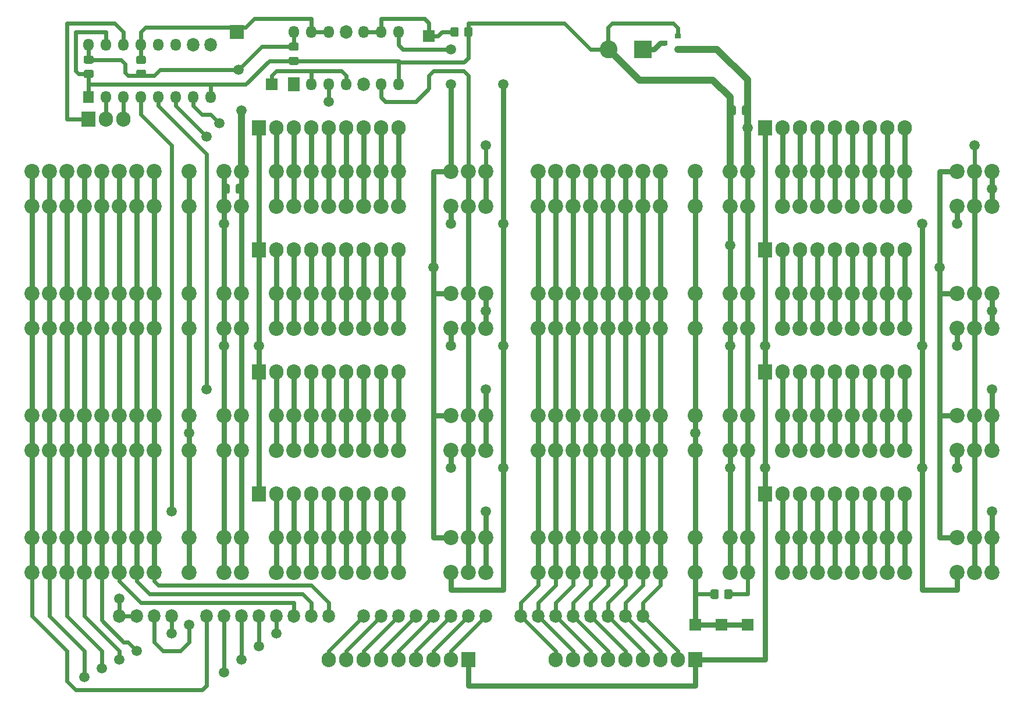
<source format=gbr>
%TF.GenerationSoftware,KiCad,Pcbnew,(5.1.8)-1*%
%TF.CreationDate,2024-06-20T23:03:59+03:00*%
%TF.ProjectId,Regs-v4,52656773-2d76-4342-9e6b-696361645f70,rev?*%
%TF.SameCoordinates,Original*%
%TF.FileFunction,Copper,L2,Bot*%
%TF.FilePolarity,Positive*%
%FSLAX46Y46*%
G04 Gerber Fmt 4.6, Leading zero omitted, Abs format (unit mm)*
G04 Created by KiCad (PCBNEW (5.1.8)-1) date 2024-06-20 23:03:59*
%MOMM*%
%LPD*%
G01*
G04 APERTURE LIST*
%TA.AperFunction,ComponentPad*%
%ADD10C,2.200000*%
%TD*%
%TA.AperFunction,ComponentPad*%
%ADD11R,1.700000X1.700000*%
%TD*%
%TA.AperFunction,SMDPad,CuDef*%
%ADD12R,0.900000X0.800000*%
%TD*%
%TA.AperFunction,ComponentPad*%
%ADD13O,2.100000X2.200000*%
%TD*%
%TA.AperFunction,ComponentPad*%
%ADD14R,2.100000X2.200000*%
%TD*%
%TA.AperFunction,ComponentPad*%
%ADD15O,1.800000X2.000000*%
%TD*%
%TA.AperFunction,ComponentPad*%
%ADD16C,2.600000*%
%TD*%
%TA.AperFunction,ComponentPad*%
%ADD17R,2.600000X2.600000*%
%TD*%
%TA.AperFunction,ComponentPad*%
%ADD18O,1.500000X1.800000*%
%TD*%
%TA.AperFunction,ComponentPad*%
%ADD19R,1.800000X2.000000*%
%TD*%
%TA.AperFunction,ComponentPad*%
%ADD20R,1.500000X1.800000*%
%TD*%
%TA.AperFunction,ComponentPad*%
%ADD21R,2.000000X2.000000*%
%TD*%
%TA.AperFunction,ViaPad*%
%ADD22C,1.500000*%
%TD*%
%TA.AperFunction,Conductor*%
%ADD23C,0.800000*%
%TD*%
%TA.AperFunction,Conductor*%
%ADD24C,0.600000*%
%TD*%
%TA.AperFunction,Conductor*%
%ADD25C,1.000000*%
%TD*%
G04 APERTURE END LIST*
D10*
%TO.P,U19,22*%
%TO.N,/~R3*%
X86360000Y-38100000D03*
%TO.P,U19,21*%
%TO.N,/~H*%
X83820000Y-38100000D03*
%TO.P,U19,20*%
%TO.N,/~Bank1*%
X81280000Y-38100000D03*
%TO.P,U19,19*%
%TO.N,/R7.7*%
X73660000Y-38100000D03*
%TO.P,U19,18*%
%TO.N,/R7.6*%
X71120000Y-38100000D03*
%TO.P,U19,17*%
%TO.N,/R7.5*%
X68580000Y-38100000D03*
%TO.P,U19,16*%
%TO.N,/R7.4*%
X66040000Y-38100000D03*
%TO.P,U19,15*%
%TO.N,/R7.3*%
X63500000Y-38100000D03*
%TO.P,U19,14*%
%TO.N,/R7.2*%
X60960000Y-38100000D03*
%TO.P,U19,13*%
%TO.N,/R7.1*%
X58420000Y-38100000D03*
%TO.P,U19,12*%
%TO.N,/R7.0*%
X55880000Y-38100000D03*
%TO.P,U19,11*%
%TO.N,VCC*%
X50800000Y-38100000D03*
%TO.P,U19,10*%
%TO.N,GND*%
X48260000Y-38100000D03*
%TO.P,U19,9*%
%TO.N,/~Res*%
X43180000Y-38100000D03*
%TO.P,U19,8*%
%TO.N,/H0*%
X38100000Y-38100000D03*
%TO.P,U19,7*%
%TO.N,/H1*%
X35560000Y-38100000D03*
%TO.P,U19,6*%
%TO.N,/H2*%
X33020000Y-38100000D03*
%TO.P,U19,5*%
%TO.N,/H3*%
X30480000Y-38100000D03*
%TO.P,U19,4*%
%TO.N,/H4*%
X27940000Y-38100000D03*
%TO.P,U19,3*%
%TO.N,/H5*%
X25400000Y-38100000D03*
%TO.P,U19,2*%
%TO.N,/H6*%
X22860000Y-38100000D03*
%TO.P,U19,1*%
%TO.N,/H7*%
X20320000Y-38100000D03*
%TD*%
%TO.P,U18,22*%
%TO.N,/~R3*%
X160020000Y-38100000D03*
%TO.P,U18,21*%
%TO.N,/~L*%
X157480000Y-38100000D03*
%TO.P,U18,20*%
%TO.N,/~Bank1*%
X154940000Y-38100000D03*
%TO.P,U18,19*%
%TO.N,/R6.7*%
X147320000Y-38100000D03*
%TO.P,U18,18*%
%TO.N,/R6.6*%
X144780000Y-38100000D03*
%TO.P,U18,17*%
%TO.N,/R6.5*%
X142240000Y-38100000D03*
%TO.P,U18,16*%
%TO.N,/R6.4*%
X139700000Y-38100000D03*
%TO.P,U18,15*%
%TO.N,/R6.3*%
X137160000Y-38100000D03*
%TO.P,U18,14*%
%TO.N,/R6.2*%
X134620000Y-38100000D03*
%TO.P,U18,13*%
%TO.N,/R6.1*%
X132080000Y-38100000D03*
%TO.P,U18,12*%
%TO.N,/R6.0*%
X129540000Y-38100000D03*
%TO.P,U18,11*%
%TO.N,VCC*%
X124460000Y-38100000D03*
%TO.P,U18,10*%
%TO.N,GND*%
X121920000Y-38100000D03*
%TO.P,U18,9*%
%TO.N,/~Res*%
X116840000Y-38100000D03*
%TO.P,U18,8*%
%TO.N,/L0*%
X111760000Y-38100000D03*
%TO.P,U18,7*%
%TO.N,/L1*%
X109220000Y-38100000D03*
%TO.P,U18,6*%
%TO.N,/L2*%
X106680000Y-38100000D03*
%TO.P,U18,5*%
%TO.N,/L3*%
X104140000Y-38100000D03*
%TO.P,U18,4*%
%TO.N,/L4*%
X101600000Y-38100000D03*
%TO.P,U18,3*%
%TO.N,/L5*%
X99060000Y-38100000D03*
%TO.P,U18,2*%
%TO.N,/L6*%
X96520000Y-38100000D03*
%TO.P,U18,1*%
%TO.N,/L7*%
X93980000Y-38100000D03*
%TD*%
%TO.P,U17,22*%
%TO.N,/~R2*%
X86360000Y-55880000D03*
%TO.P,U17,21*%
%TO.N,/~H*%
X83820000Y-55880000D03*
%TO.P,U17,20*%
%TO.N,/~Bank1*%
X81280000Y-55880000D03*
%TO.P,U17,19*%
%TO.N,/R5.7*%
X73660000Y-55880000D03*
%TO.P,U17,18*%
%TO.N,/R5.6*%
X71120000Y-55880000D03*
%TO.P,U17,17*%
%TO.N,/R5.5*%
X68580000Y-55880000D03*
%TO.P,U17,16*%
%TO.N,/R5.4*%
X66040000Y-55880000D03*
%TO.P,U17,15*%
%TO.N,/R5.3*%
X63500000Y-55880000D03*
%TO.P,U17,14*%
%TO.N,/R5.2*%
X60960000Y-55880000D03*
%TO.P,U17,13*%
%TO.N,/R5.1*%
X58420000Y-55880000D03*
%TO.P,U17,12*%
%TO.N,/R5.0*%
X55880000Y-55880000D03*
%TO.P,U17,11*%
%TO.N,VCC*%
X50800000Y-55880000D03*
%TO.P,U17,10*%
%TO.N,GND*%
X48260000Y-55880000D03*
%TO.P,U17,9*%
%TO.N,/~Res*%
X43180000Y-55880000D03*
%TO.P,U17,8*%
%TO.N,/H0*%
X38100000Y-55880000D03*
%TO.P,U17,7*%
%TO.N,/H1*%
X35560000Y-55880000D03*
%TO.P,U17,6*%
%TO.N,/H2*%
X33020000Y-55880000D03*
%TO.P,U17,5*%
%TO.N,/H3*%
X30480000Y-55880000D03*
%TO.P,U17,4*%
%TO.N,/H4*%
X27940000Y-55880000D03*
%TO.P,U17,3*%
%TO.N,/H5*%
X25400000Y-55880000D03*
%TO.P,U17,2*%
%TO.N,/H6*%
X22860000Y-55880000D03*
%TO.P,U17,1*%
%TO.N,/H7*%
X20320000Y-55880000D03*
%TD*%
%TO.P,U16,22*%
%TO.N,/~R2*%
X160020000Y-55880000D03*
%TO.P,U16,21*%
%TO.N,/~L*%
X157480000Y-55880000D03*
%TO.P,U16,20*%
%TO.N,/~Bank1*%
X154940000Y-55880000D03*
%TO.P,U16,19*%
%TO.N,/R4.7*%
X147320000Y-55880000D03*
%TO.P,U16,18*%
%TO.N,/R4.6*%
X144780000Y-55880000D03*
%TO.P,U16,17*%
%TO.N,/R4.5*%
X142240000Y-55880000D03*
%TO.P,U16,16*%
%TO.N,/R4.4*%
X139700000Y-55880000D03*
%TO.P,U16,15*%
%TO.N,/R4.3*%
X137160000Y-55880000D03*
%TO.P,U16,14*%
%TO.N,/R4.2*%
X134620000Y-55880000D03*
%TO.P,U16,13*%
%TO.N,/R4.1*%
X132080000Y-55880000D03*
%TO.P,U16,12*%
%TO.N,/R4.0*%
X129540000Y-55880000D03*
%TO.P,U16,11*%
%TO.N,VCC*%
X124460000Y-55880000D03*
%TO.P,U16,10*%
%TO.N,GND*%
X121920000Y-55880000D03*
%TO.P,U16,9*%
%TO.N,/~Res*%
X116840000Y-55880000D03*
%TO.P,U16,8*%
%TO.N,/L0*%
X111760000Y-55880000D03*
%TO.P,U16,7*%
%TO.N,/L1*%
X109220000Y-55880000D03*
%TO.P,U16,6*%
%TO.N,/L2*%
X106680000Y-55880000D03*
%TO.P,U16,5*%
%TO.N,/L3*%
X104140000Y-55880000D03*
%TO.P,U16,4*%
%TO.N,/L4*%
X101600000Y-55880000D03*
%TO.P,U16,3*%
%TO.N,/L5*%
X99060000Y-55880000D03*
%TO.P,U16,2*%
%TO.N,/L6*%
X96520000Y-55880000D03*
%TO.P,U16,1*%
%TO.N,/L7*%
X93980000Y-55880000D03*
%TD*%
%TO.P,U12,22*%
%TO.N,/~R1*%
X86360000Y-73660000D03*
%TO.P,U12,21*%
%TO.N,/~H*%
X83820000Y-73660000D03*
%TO.P,U12,20*%
%TO.N,/~Bank1*%
X81280000Y-73660000D03*
%TO.P,U12,19*%
%TO.N,/R3.7*%
X73660000Y-73660000D03*
%TO.P,U12,18*%
%TO.N,/R3.6*%
X71120000Y-73660000D03*
%TO.P,U12,17*%
%TO.N,/R3.5*%
X68580000Y-73660000D03*
%TO.P,U12,16*%
%TO.N,/R3.4*%
X66040000Y-73660000D03*
%TO.P,U12,15*%
%TO.N,/R3.3*%
X63500000Y-73660000D03*
%TO.P,U12,14*%
%TO.N,/R3.2*%
X60960000Y-73660000D03*
%TO.P,U12,13*%
%TO.N,/R3.1*%
X58420000Y-73660000D03*
%TO.P,U12,12*%
%TO.N,/R3.0*%
X55880000Y-73660000D03*
%TO.P,U12,11*%
%TO.N,VCC*%
X50800000Y-73660000D03*
%TO.P,U12,10*%
%TO.N,GND*%
X48260000Y-73660000D03*
%TO.P,U12,9*%
%TO.N,/~Res*%
X43180000Y-73660000D03*
%TO.P,U12,8*%
%TO.N,/H0*%
X38100000Y-73660000D03*
%TO.P,U12,7*%
%TO.N,/H1*%
X35560000Y-73660000D03*
%TO.P,U12,6*%
%TO.N,/H2*%
X33020000Y-73660000D03*
%TO.P,U12,5*%
%TO.N,/H3*%
X30480000Y-73660000D03*
%TO.P,U12,4*%
%TO.N,/H4*%
X27940000Y-73660000D03*
%TO.P,U12,3*%
%TO.N,/H5*%
X25400000Y-73660000D03*
%TO.P,U12,2*%
%TO.N,/H6*%
X22860000Y-73660000D03*
%TO.P,U12,1*%
%TO.N,/H7*%
X20320000Y-73660000D03*
%TD*%
%TO.P,U11,22*%
%TO.N,/~R1*%
X160020000Y-73660000D03*
%TO.P,U11,21*%
%TO.N,/~L*%
X157480000Y-73660000D03*
%TO.P,U11,20*%
%TO.N,/~Bank1*%
X154940000Y-73660000D03*
%TO.P,U11,19*%
%TO.N,/R2.7*%
X147320000Y-73660000D03*
%TO.P,U11,18*%
%TO.N,/R2.6*%
X144780000Y-73660000D03*
%TO.P,U11,17*%
%TO.N,/R2.5*%
X142240000Y-73660000D03*
%TO.P,U11,16*%
%TO.N,/R2.4*%
X139700000Y-73660000D03*
%TO.P,U11,15*%
%TO.N,/R2.3*%
X137160000Y-73660000D03*
%TO.P,U11,14*%
%TO.N,/R2.2*%
X134620000Y-73660000D03*
%TO.P,U11,13*%
%TO.N,/R2.1*%
X132080000Y-73660000D03*
%TO.P,U11,12*%
%TO.N,/R2.0*%
X129540000Y-73660000D03*
%TO.P,U11,11*%
%TO.N,VCC*%
X124460000Y-73660000D03*
%TO.P,U11,10*%
%TO.N,GND*%
X121920000Y-73660000D03*
%TO.P,U11,9*%
%TO.N,/~Res*%
X116840000Y-73660000D03*
%TO.P,U11,8*%
%TO.N,/L0*%
X111760000Y-73660000D03*
%TO.P,U11,7*%
%TO.N,/L1*%
X109220000Y-73660000D03*
%TO.P,U11,6*%
%TO.N,/L2*%
X106680000Y-73660000D03*
%TO.P,U11,5*%
%TO.N,/L3*%
X104140000Y-73660000D03*
%TO.P,U11,4*%
%TO.N,/L4*%
X101600000Y-73660000D03*
%TO.P,U11,3*%
%TO.N,/L5*%
X99060000Y-73660000D03*
%TO.P,U11,2*%
%TO.N,/L6*%
X96520000Y-73660000D03*
%TO.P,U11,1*%
%TO.N,/L7*%
X93980000Y-73660000D03*
%TD*%
%TO.P,U10,22*%
%TO.N,/~R0*%
X86360000Y-91440000D03*
%TO.P,U10,21*%
%TO.N,/~H*%
X83820000Y-91440000D03*
%TO.P,U10,20*%
%TO.N,/~Bank1*%
X81280000Y-91440000D03*
%TO.P,U10,19*%
%TO.N,/R1.7*%
X73660000Y-91440000D03*
%TO.P,U10,18*%
%TO.N,/R1.6*%
X71120000Y-91440000D03*
%TO.P,U10,17*%
%TO.N,/R1.5*%
X68580000Y-91440000D03*
%TO.P,U10,16*%
%TO.N,/R1.4*%
X66040000Y-91440000D03*
%TO.P,U10,15*%
%TO.N,/R1.3*%
X63500000Y-91440000D03*
%TO.P,U10,14*%
%TO.N,/R1.2*%
X60960000Y-91440000D03*
%TO.P,U10,13*%
%TO.N,/R1.1*%
X58420000Y-91440000D03*
%TO.P,U10,12*%
%TO.N,/R1.0*%
X55880000Y-91440000D03*
%TO.P,U10,11*%
%TO.N,VCC*%
X50800000Y-91440000D03*
%TO.P,U10,10*%
%TO.N,GND*%
X48260000Y-91440000D03*
%TO.P,U10,9*%
%TO.N,/~Res*%
X43180000Y-91440000D03*
%TO.P,U10,8*%
%TO.N,/H0*%
X38100000Y-91440000D03*
%TO.P,U10,7*%
%TO.N,/H1*%
X35560000Y-91440000D03*
%TO.P,U10,6*%
%TO.N,/H2*%
X33020000Y-91440000D03*
%TO.P,U10,5*%
%TO.N,/H3*%
X30480000Y-91440000D03*
%TO.P,U10,4*%
%TO.N,/H4*%
X27940000Y-91440000D03*
%TO.P,U10,3*%
%TO.N,/H5*%
X25400000Y-91440000D03*
%TO.P,U10,2*%
%TO.N,/H6*%
X22860000Y-91440000D03*
%TO.P,U10,1*%
%TO.N,/H7*%
X20320000Y-91440000D03*
%TD*%
%TO.P,U9,22*%
%TO.N,/~R0*%
X160020000Y-91440000D03*
%TO.P,U9,21*%
%TO.N,/~L*%
X157480000Y-91440000D03*
%TO.P,U9,20*%
%TO.N,/~Bank1*%
X154940000Y-91440000D03*
%TO.P,U9,19*%
%TO.N,/R0.7*%
X147320000Y-91440000D03*
%TO.P,U9,18*%
%TO.N,/R0.6*%
X144780000Y-91440000D03*
%TO.P,U9,17*%
%TO.N,/R0.5*%
X142240000Y-91440000D03*
%TO.P,U9,16*%
%TO.N,/R0.4*%
X139700000Y-91440000D03*
%TO.P,U9,15*%
%TO.N,/R0.3*%
X137160000Y-91440000D03*
%TO.P,U9,14*%
%TO.N,/R0.2*%
X134620000Y-91440000D03*
%TO.P,U9,13*%
%TO.N,/R0.1*%
X132080000Y-91440000D03*
%TO.P,U9,12*%
%TO.N,/R0.0*%
X129540000Y-91440000D03*
%TO.P,U9,11*%
%TO.N,VCC*%
X124460000Y-91440000D03*
%TO.P,U9,10*%
%TO.N,GND*%
X121920000Y-91440000D03*
%TO.P,U9,9*%
%TO.N,/~Res*%
X116840000Y-91440000D03*
%TO.P,U9,8*%
%TO.N,/L0*%
X111760000Y-91440000D03*
%TO.P,U9,7*%
%TO.N,/L1*%
X109220000Y-91440000D03*
%TO.P,U9,6*%
%TO.N,/L2*%
X106680000Y-91440000D03*
%TO.P,U9,5*%
%TO.N,/L3*%
X104140000Y-91440000D03*
%TO.P,U9,4*%
%TO.N,/L4*%
X101600000Y-91440000D03*
%TO.P,U9,3*%
%TO.N,/L5*%
X99060000Y-91440000D03*
%TO.P,U9,2*%
%TO.N,/L6*%
X96520000Y-91440000D03*
%TO.P,U9,1*%
%TO.N,/L7*%
X93980000Y-91440000D03*
%TD*%
D11*
%TO.P,J20,1*%
%TO.N,/~Res*%
X124460000Y-104140000D03*
%TD*%
%TO.P,J19,1*%
%TO.N,/~Res*%
X120650000Y-104140000D03*
%TD*%
%TO.P,R7,2*%
%TO.N,GND*%
%TA.AperFunction,SMDPad,CuDef*%
G36*
G01*
X83220000Y-18230001D02*
X83220000Y-17329999D01*
G75*
G02*
X83469999Y-17080000I249999J0D01*
G01*
X84170001Y-17080000D01*
G75*
G02*
X84420000Y-17329999I0J-249999D01*
G01*
X84420000Y-18230001D01*
G75*
G02*
X84170001Y-18480000I-249999J0D01*
G01*
X83469999Y-18480000D01*
G75*
G02*
X83220000Y-18230001I0J249999D01*
G01*
G37*
%TD.AperFunction*%
%TO.P,R7,1*%
%TO.N,/~Bank0*%
%TA.AperFunction,SMDPad,CuDef*%
G36*
G01*
X81220000Y-18230001D02*
X81220000Y-17329999D01*
G75*
G02*
X81469999Y-17080000I249999J0D01*
G01*
X82170001Y-17080000D01*
G75*
G02*
X82420000Y-17329999I0J-249999D01*
G01*
X82420000Y-18230001D01*
G75*
G02*
X82170001Y-18480000I-249999J0D01*
G01*
X81469999Y-18480000D01*
G75*
G02*
X81220000Y-18230001I0J249999D01*
G01*
G37*
%TD.AperFunction*%
%TD*%
D12*
%TO.P,Q1,3*%
%TO.N,Net-(J16-Pad1)*%
X112347500Y-19367500D03*
%TO.P,Q1,2*%
%TO.N,VCC*%
X114347500Y-20317500D03*
%TO.P,Q1,1*%
%TO.N,GND*%
X114347500Y-18417500D03*
%TD*%
%TO.P,C4,2*%
%TO.N,GND*%
%TA.AperFunction,SMDPad,CuDef*%
G36*
G01*
X57945000Y-21405000D02*
X58895000Y-21405000D01*
G75*
G02*
X59145000Y-21655000I0J-250000D01*
G01*
X59145000Y-22330000D01*
G75*
G02*
X58895000Y-22580000I-250000J0D01*
G01*
X57945000Y-22580000D01*
G75*
G02*
X57695000Y-22330000I0J250000D01*
G01*
X57695000Y-21655000D01*
G75*
G02*
X57945000Y-21405000I250000J0D01*
G01*
G37*
%TD.AperFunction*%
%TO.P,C4,1*%
%TO.N,VCC*%
%TA.AperFunction,SMDPad,CuDef*%
G36*
G01*
X57945000Y-19330000D02*
X58895000Y-19330000D01*
G75*
G02*
X59145000Y-19580000I0J-250000D01*
G01*
X59145000Y-20255000D01*
G75*
G02*
X58895000Y-20505000I-250000J0D01*
G01*
X57945000Y-20505000D01*
G75*
G02*
X57695000Y-20255000I0J250000D01*
G01*
X57695000Y-19580000D01*
G75*
G02*
X57945000Y-19330000I250000J0D01*
G01*
G37*
%TD.AperFunction*%
%TD*%
%TO.P,C3,2*%
%TO.N,GND*%
%TA.AperFunction,SMDPad,CuDef*%
G36*
G01*
X28100000Y-23310000D02*
X29050000Y-23310000D01*
G75*
G02*
X29300000Y-23560000I0J-250000D01*
G01*
X29300000Y-24235000D01*
G75*
G02*
X29050000Y-24485000I-250000J0D01*
G01*
X28100000Y-24485000D01*
G75*
G02*
X27850000Y-24235000I0J250000D01*
G01*
X27850000Y-23560000D01*
G75*
G02*
X28100000Y-23310000I250000J0D01*
G01*
G37*
%TD.AperFunction*%
%TO.P,C3,1*%
%TO.N,VCC*%
%TA.AperFunction,SMDPad,CuDef*%
G36*
G01*
X28100000Y-21235000D02*
X29050000Y-21235000D01*
G75*
G02*
X29300000Y-21485000I0J-250000D01*
G01*
X29300000Y-22160000D01*
G75*
G02*
X29050000Y-22410000I-250000J0D01*
G01*
X28100000Y-22410000D01*
G75*
G02*
X27850000Y-22160000I0J250000D01*
G01*
X27850000Y-21485000D01*
G75*
G02*
X28100000Y-21235000I250000J0D01*
G01*
G37*
%TD.AperFunction*%
%TD*%
%TO.P,C2,2*%
%TO.N,GND*%
%TA.AperFunction,SMDPad,CuDef*%
G36*
G01*
X49080000Y-40165000D02*
X49080000Y-41115000D01*
G75*
G02*
X48830000Y-41365000I-250000J0D01*
G01*
X48155000Y-41365000D01*
G75*
G02*
X47905000Y-41115000I0J250000D01*
G01*
X47905000Y-40165000D01*
G75*
G02*
X48155000Y-39915000I250000J0D01*
G01*
X48830000Y-39915000D01*
G75*
G02*
X49080000Y-40165000I0J-250000D01*
G01*
G37*
%TD.AperFunction*%
%TO.P,C2,1*%
%TO.N,VCC*%
%TA.AperFunction,SMDPad,CuDef*%
G36*
G01*
X51155000Y-40165000D02*
X51155000Y-41115000D01*
G75*
G02*
X50905000Y-41365000I-250000J0D01*
G01*
X50230000Y-41365000D01*
G75*
G02*
X49980000Y-41115000I0J250000D01*
G01*
X49980000Y-40165000D01*
G75*
G02*
X50230000Y-39915000I250000J0D01*
G01*
X50905000Y-39915000D01*
G75*
G02*
X51155000Y-40165000I0J-250000D01*
G01*
G37*
%TD.AperFunction*%
%TD*%
%TO.P,C1,2*%
%TO.N,GND*%
%TA.AperFunction,SMDPad,CuDef*%
G36*
G01*
X122740000Y-28735000D02*
X122740000Y-29685000D01*
G75*
G02*
X122490000Y-29935000I-250000J0D01*
G01*
X121815000Y-29935000D01*
G75*
G02*
X121565000Y-29685000I0J250000D01*
G01*
X121565000Y-28735000D01*
G75*
G02*
X121815000Y-28485000I250000J0D01*
G01*
X122490000Y-28485000D01*
G75*
G02*
X122740000Y-28735000I0J-250000D01*
G01*
G37*
%TD.AperFunction*%
%TO.P,C1,1*%
%TO.N,VCC*%
%TA.AperFunction,SMDPad,CuDef*%
G36*
G01*
X124815000Y-28735000D02*
X124815000Y-29685000D01*
G75*
G02*
X124565000Y-29935000I-250000J0D01*
G01*
X123890000Y-29935000D01*
G75*
G02*
X123640000Y-29685000I0J250000D01*
G01*
X123640000Y-28735000D01*
G75*
G02*
X123890000Y-28485000I250000J0D01*
G01*
X124565000Y-28485000D01*
G75*
G02*
X124815000Y-28735000I0J-250000D01*
G01*
G37*
%TD.AperFunction*%
%TD*%
%TO.P,R6,2*%
%TO.N,VCC*%
%TA.AperFunction,SMDPad,CuDef*%
G36*
G01*
X121050000Y-100145001D02*
X121050000Y-99244999D01*
G75*
G02*
X121299999Y-98995000I249999J0D01*
G01*
X122000001Y-98995000D01*
G75*
G02*
X122250000Y-99244999I0J-249999D01*
G01*
X122250000Y-100145001D01*
G75*
G02*
X122000001Y-100395000I-249999J0D01*
G01*
X121299999Y-100395000D01*
G75*
G02*
X121050000Y-100145001I0J249999D01*
G01*
G37*
%TD.AperFunction*%
%TO.P,R6,1*%
%TO.N,/~Res*%
%TA.AperFunction,SMDPad,CuDef*%
G36*
G01*
X119050000Y-100145001D02*
X119050000Y-99244999D01*
G75*
G02*
X119299999Y-98995000I249999J0D01*
G01*
X120000001Y-98995000D01*
G75*
G02*
X120250000Y-99244999I0J-249999D01*
G01*
X120250000Y-100145001D01*
G75*
G02*
X120000001Y-100395000I-249999J0D01*
G01*
X119299999Y-100395000D01*
G75*
G02*
X119050000Y-100145001I0J249999D01*
G01*
G37*
%TD.AperFunction*%
%TD*%
%TO.P,R5,2*%
%TO.N,VCC*%
%TA.AperFunction,SMDPad,CuDef*%
G36*
G01*
X35744999Y-23260000D02*
X36645001Y-23260000D01*
G75*
G02*
X36895000Y-23509999I0J-249999D01*
G01*
X36895000Y-24210001D01*
G75*
G02*
X36645001Y-24460000I-249999J0D01*
G01*
X35744999Y-24460000D01*
G75*
G02*
X35495000Y-24210001I0J249999D01*
G01*
X35495000Y-23509999D01*
G75*
G02*
X35744999Y-23260000I249999J0D01*
G01*
G37*
%TD.AperFunction*%
%TO.P,R5,1*%
%TO.N,/~MUL*%
%TA.AperFunction,SMDPad,CuDef*%
G36*
G01*
X35744999Y-21260000D02*
X36645001Y-21260000D01*
G75*
G02*
X36895000Y-21509999I0J-249999D01*
G01*
X36895000Y-22210001D01*
G75*
G02*
X36645001Y-22460000I-249999J0D01*
G01*
X35744999Y-22460000D01*
G75*
G02*
X35495000Y-22210001I0J249999D01*
G01*
X35495000Y-21509999D01*
G75*
G02*
X35744999Y-21260000I249999J0D01*
G01*
G37*
%TD.AperFunction*%
%TD*%
D13*
%TO.P,J18,9*%
%TO.N,/ALU_H7*%
X63500000Y-109220000D03*
%TO.P,J18,8*%
%TO.N,Net-(J18-Pad8)*%
X66040000Y-109220000D03*
%TO.P,J18,7*%
%TO.N,Net-(J18-Pad7)*%
X68580000Y-109220000D03*
%TO.P,J18,6*%
%TO.N,Net-(J18-Pad6)*%
X71120000Y-109220000D03*
%TO.P,J18,5*%
%TO.N,Net-(J18-Pad5)*%
X73660000Y-109220000D03*
%TO.P,J18,4*%
%TO.N,Net-(J18-Pad4)*%
X76200000Y-109220000D03*
%TO.P,J18,3*%
%TO.N,Net-(J18-Pad3)*%
X78740000Y-109220000D03*
%TO.P,J18,2*%
%TO.N,/ALU_H0*%
X81280000Y-109220000D03*
D14*
%TO.P,J18,1*%
%TO.N,GND*%
X83820000Y-109220000D03*
%TD*%
D13*
%TO.P,J17,9*%
%TO.N,/L7*%
X96520000Y-109220000D03*
%TO.P,J17,8*%
%TO.N,/L6*%
X99060000Y-109220000D03*
%TO.P,J17,7*%
%TO.N,/L5*%
X101600000Y-109220000D03*
%TO.P,J17,6*%
%TO.N,/L4*%
X104140000Y-109220000D03*
%TO.P,J17,5*%
%TO.N,/L3*%
X106680000Y-109220000D03*
%TO.P,J17,4*%
%TO.N,/L2*%
X109220000Y-109220000D03*
%TO.P,J17,3*%
%TO.N,/L1*%
X111760000Y-109220000D03*
%TO.P,J17,2*%
%TO.N,/L0*%
X114300000Y-109220000D03*
D14*
%TO.P,J17,1*%
%TO.N,GND*%
X116840000Y-109220000D03*
%TD*%
D15*
%TO.P,U15,28*%
%TO.N,GND*%
X33020000Y-102870000D03*
%TO.P,U15,27*%
X35560000Y-102870000D03*
%TO.P,U15,26*%
%TO.N,VCC*%
X38100000Y-102870000D03*
%TO.P,U15,25*%
%TO.N,Net-(U14-Pad11)*%
X40640000Y-102870000D03*
%TO.P,U15,24*%
%TO.N,/H7*%
X45720000Y-102870000D03*
%TO.P,U15,23*%
%TO.N,/H6*%
X48260000Y-102870000D03*
%TO.P,U15,22*%
%TO.N,/H5*%
X50800000Y-102870000D03*
%TO.P,U15,21*%
%TO.N,/H4*%
X53340000Y-102870000D03*
%TO.P,U15,20*%
%TO.N,/H3*%
X55880000Y-102870000D03*
%TO.P,U15,19*%
%TO.N,/H2*%
X58420000Y-102870000D03*
%TO.P,U15,18*%
%TO.N,/H1*%
X60960000Y-102870000D03*
%TO.P,U15,17*%
%TO.N,/H0*%
X63500000Y-102870000D03*
%TO.P,U15,16*%
%TO.N,/ALU_H7*%
X68580000Y-102870000D03*
%TO.P,U15,15*%
%TO.N,Net-(J18-Pad8)*%
X71120000Y-102870000D03*
%TO.P,U15,14*%
%TO.N,Net-(J18-Pad7)*%
X73660000Y-102870000D03*
%TO.P,U15,13*%
%TO.N,Net-(J18-Pad6)*%
X76200000Y-102870000D03*
%TO.P,U15,12*%
%TO.N,Net-(J18-Pad5)*%
X78740000Y-102870000D03*
%TO.P,U15,11*%
%TO.N,Net-(J18-Pad4)*%
X81280000Y-102870000D03*
%TO.P,U15,10*%
%TO.N,Net-(J18-Pad3)*%
X83820000Y-102870000D03*
%TO.P,U15,9*%
%TO.N,/ALU_H0*%
X86360000Y-102870000D03*
%TO.P,U15,8*%
%TO.N,/L7*%
X91440000Y-102870000D03*
%TO.P,U15,7*%
%TO.N,/L6*%
X93980000Y-102870000D03*
%TO.P,U15,6*%
%TO.N,/L5*%
X96520000Y-102870000D03*
%TO.P,U15,5*%
%TO.N,/L4*%
X99060000Y-102870000D03*
%TO.P,U15,4*%
%TO.N,/L3*%
X101600000Y-102870000D03*
%TO.P,U15,3*%
%TO.N,/L2*%
X104140000Y-102870000D03*
%TO.P,U15,2*%
%TO.N,/L1*%
X106680000Y-102870000D03*
%TO.P,U15,1*%
%TO.N,/L0*%
X109220000Y-102870000D03*
%TD*%
D16*
%TO.P,J16,2*%
%TO.N,GND*%
X104220000Y-20320000D03*
D17*
%TO.P,J16,1*%
%TO.N,Net-(J16-Pad1)*%
X109220000Y-20320000D03*
%TD*%
D18*
%TO.P,U14,14*%
%TO.N,VCC*%
X58420000Y-17780000D03*
%TO.P,U14,7*%
%TO.N,GND*%
X73660000Y-25400000D03*
%TO.P,U14,13*%
%TO.N,/~MUL*%
X60960000Y-17780000D03*
%TO.P,U14,6*%
%TO.N,/~H*%
X71120000Y-25400000D03*
%TO.P,U14,12*%
%TO.N,/~MUL*%
X63500000Y-17780000D03*
D15*
%TO.P,U14,5*%
%TO.N,Net-(U13-Pad9)*%
X68580000Y-25400000D03*
%TO.P,U14,11*%
%TO.N,Net-(U14-Pad11)*%
X66040000Y-17780000D03*
D18*
%TO.P,U14,4*%
%TO.N,/Latch*%
X66040000Y-25400000D03*
%TO.P,U14,10*%
%TO.N,/~Bank0*%
X68580000Y-17780000D03*
%TO.P,U14,3*%
%TO.N,/~L*%
X63500000Y-25400000D03*
%TO.P,U14,9*%
%TO.N,/~Bank0*%
X71120000Y-17780000D03*
%TO.P,U14,2*%
%TO.N,/Latch*%
X60960000Y-25400000D03*
%TO.P,U14,8*%
%TO.N,/~Bank1*%
X73660000Y-17780000D03*
D19*
%TO.P,U14,1*%
%TO.N,Net-(U13-Pad10)*%
X58420000Y-25400000D03*
%TD*%
D18*
%TO.P,U13,16*%
%TO.N,VCC*%
X28575000Y-19685000D03*
%TO.P,U13,8*%
%TO.N,GND*%
X46355000Y-27305000D03*
%TO.P,U13,15*%
X31115000Y-19685000D03*
%TO.P,U13,7*%
%TO.N,/~R3*%
X43815000Y-27305000D03*
%TO.P,U13,14*%
%TO.N,/DST[0]*%
X33655000Y-19685000D03*
%TO.P,U13,6*%
%TO.N,/~R2*%
X41275000Y-27305000D03*
%TO.P,U13,13*%
%TO.N,/~MUL*%
X36195000Y-19685000D03*
%TO.P,U13,5*%
%TO.N,/~R1*%
X38735000Y-27305000D03*
%TO.P,U13,12*%
%TO.N,Net-(U13-Pad12)*%
X38735000Y-19685000D03*
%TO.P,U13,4*%
%TO.N,/~R0*%
X36195000Y-27305000D03*
%TO.P,U13,11*%
%TO.N,Net-(U13-Pad11)*%
X41275000Y-19685000D03*
%TO.P,U13,3*%
%TO.N,/DST[2]*%
X33655000Y-27305000D03*
D15*
%TO.P,U13,10*%
%TO.N,Net-(U13-Pad10)*%
X43815000Y-19685000D03*
D18*
%TO.P,U13,2*%
%TO.N,/DST[1]*%
X31115000Y-27305000D03*
D15*
%TO.P,U13,9*%
%TO.N,Net-(U13-Pad9)*%
X46355000Y-19685000D03*
D20*
%TO.P,U13,1*%
%TO.N,GND*%
X28575000Y-27305000D03*
%TD*%
D11*
%TO.P,J15,1*%
%TO.N,/Latch*%
X55245000Y-25400000D03*
%TD*%
%TO.P,J14,1*%
%TO.N,/~Bank0*%
X78105000Y-18415000D03*
%TD*%
%TO.P,J13,1*%
%TO.N,/~Res*%
X116840000Y-104140000D03*
%TD*%
D21*
%TO.P,J12,1*%
%TO.N,/~MUL*%
X50165000Y-17780000D03*
%TD*%
D13*
%TO.P,J11,3*%
%TO.N,/DST[2]*%
X33655000Y-30480000D03*
%TO.P,J11,2*%
%TO.N,/DST[1]*%
X31115000Y-30480000D03*
D14*
%TO.P,J11,1*%
%TO.N,/DST[0]*%
X28575000Y-30480000D03*
%TD*%
D13*
%TO.P,J8,9*%
%TO.N,/R7.7*%
X73660000Y-31750000D03*
%TO.P,J8,8*%
%TO.N,/R7.6*%
X71120000Y-31750000D03*
%TO.P,J8,7*%
%TO.N,/R7.5*%
X68580000Y-31750000D03*
%TO.P,J8,6*%
%TO.N,/R7.4*%
X66040000Y-31750000D03*
%TO.P,J8,5*%
%TO.N,/R7.3*%
X63500000Y-31750000D03*
%TO.P,J8,4*%
%TO.N,/R7.2*%
X60960000Y-31750000D03*
%TO.P,J8,3*%
%TO.N,/R7.1*%
X58420000Y-31750000D03*
%TO.P,J8,2*%
%TO.N,/R7.0*%
X55880000Y-31750000D03*
D14*
%TO.P,J8,1*%
%TO.N,GND*%
X53340000Y-31750000D03*
%TD*%
D13*
%TO.P,J7,9*%
%TO.N,/R6.7*%
X147320000Y-31750000D03*
%TO.P,J7,8*%
%TO.N,/R6.6*%
X144780000Y-31750000D03*
%TO.P,J7,7*%
%TO.N,/R6.5*%
X142240000Y-31750000D03*
%TO.P,J7,6*%
%TO.N,/R6.4*%
X139700000Y-31750000D03*
%TO.P,J7,5*%
%TO.N,/R6.3*%
X137160000Y-31750000D03*
%TO.P,J7,4*%
%TO.N,/R6.2*%
X134620000Y-31750000D03*
%TO.P,J7,3*%
%TO.N,/R6.1*%
X132080000Y-31750000D03*
%TO.P,J7,2*%
%TO.N,/R6.0*%
X129540000Y-31750000D03*
D14*
%TO.P,J7,1*%
%TO.N,GND*%
X127000000Y-31750000D03*
%TD*%
D13*
%TO.P,J6,9*%
%TO.N,/R5.7*%
X73660000Y-49530000D03*
%TO.P,J6,8*%
%TO.N,/R5.6*%
X71120000Y-49530000D03*
%TO.P,J6,7*%
%TO.N,/R5.5*%
X68580000Y-49530000D03*
%TO.P,J6,6*%
%TO.N,/R5.4*%
X66040000Y-49530000D03*
%TO.P,J6,5*%
%TO.N,/R5.3*%
X63500000Y-49530000D03*
%TO.P,J6,4*%
%TO.N,/R5.2*%
X60960000Y-49530000D03*
%TO.P,J6,3*%
%TO.N,/R5.1*%
X58420000Y-49530000D03*
%TO.P,J6,2*%
%TO.N,/R5.0*%
X55880000Y-49530000D03*
D14*
%TO.P,J6,1*%
%TO.N,GND*%
X53340000Y-49530000D03*
%TD*%
D13*
%TO.P,J5,9*%
%TO.N,/R4.7*%
X147320000Y-49530000D03*
%TO.P,J5,8*%
%TO.N,/R4.6*%
X144780000Y-49530000D03*
%TO.P,J5,7*%
%TO.N,/R4.5*%
X142240000Y-49530000D03*
%TO.P,J5,6*%
%TO.N,/R4.4*%
X139700000Y-49530000D03*
%TO.P,J5,5*%
%TO.N,/R4.3*%
X137160000Y-49530000D03*
%TO.P,J5,4*%
%TO.N,/R4.2*%
X134620000Y-49530000D03*
%TO.P,J5,3*%
%TO.N,/R4.1*%
X132080000Y-49530000D03*
%TO.P,J5,2*%
%TO.N,/R4.0*%
X129540000Y-49530000D03*
D14*
%TO.P,J5,1*%
%TO.N,GND*%
X127000000Y-49530000D03*
%TD*%
D13*
%TO.P,J4,9*%
%TO.N,/R3.7*%
X73660000Y-67310000D03*
%TO.P,J4,8*%
%TO.N,/R3.6*%
X71120000Y-67310000D03*
%TO.P,J4,7*%
%TO.N,/R3.5*%
X68580000Y-67310000D03*
%TO.P,J4,6*%
%TO.N,/R3.4*%
X66040000Y-67310000D03*
%TO.P,J4,5*%
%TO.N,/R3.3*%
X63500000Y-67310000D03*
%TO.P,J4,4*%
%TO.N,/R3.2*%
X60960000Y-67310000D03*
%TO.P,J4,3*%
%TO.N,/R3.1*%
X58420000Y-67310000D03*
%TO.P,J4,2*%
%TO.N,/R3.0*%
X55880000Y-67310000D03*
D14*
%TO.P,J4,1*%
%TO.N,GND*%
X53340000Y-67310000D03*
%TD*%
D13*
%TO.P,J3,9*%
%TO.N,/R2.7*%
X147320000Y-67310000D03*
%TO.P,J3,8*%
%TO.N,/R2.6*%
X144780000Y-67310000D03*
%TO.P,J3,7*%
%TO.N,/R2.5*%
X142240000Y-67310000D03*
%TO.P,J3,6*%
%TO.N,/R2.4*%
X139700000Y-67310000D03*
%TO.P,J3,5*%
%TO.N,/R2.3*%
X137160000Y-67310000D03*
%TO.P,J3,4*%
%TO.N,/R2.2*%
X134620000Y-67310000D03*
%TO.P,J3,3*%
%TO.N,/R2.1*%
X132080000Y-67310000D03*
%TO.P,J3,2*%
%TO.N,/R2.0*%
X129540000Y-67310000D03*
D14*
%TO.P,J3,1*%
%TO.N,GND*%
X127000000Y-67310000D03*
%TD*%
D13*
%TO.P,J2,9*%
%TO.N,/R1.7*%
X73660000Y-85090000D03*
%TO.P,J2,8*%
%TO.N,/R1.6*%
X71120000Y-85090000D03*
%TO.P,J2,7*%
%TO.N,/R1.5*%
X68580000Y-85090000D03*
%TO.P,J2,6*%
%TO.N,/R1.4*%
X66040000Y-85090000D03*
%TO.P,J2,5*%
%TO.N,/R1.3*%
X63500000Y-85090000D03*
%TO.P,J2,4*%
%TO.N,/R1.2*%
X60960000Y-85090000D03*
%TO.P,J2,3*%
%TO.N,/R1.1*%
X58420000Y-85090000D03*
%TO.P,J2,2*%
%TO.N,/R1.0*%
X55880000Y-85090000D03*
D14*
%TO.P,J2,1*%
%TO.N,GND*%
X53340000Y-85090000D03*
%TD*%
D13*
%TO.P,J1,9*%
%TO.N,/R0.7*%
X147320000Y-85090000D03*
%TO.P,J1,8*%
%TO.N,/R0.6*%
X144780000Y-85090000D03*
%TO.P,J1,7*%
%TO.N,/R0.5*%
X142240000Y-85090000D03*
%TO.P,J1,6*%
%TO.N,/R0.4*%
X139700000Y-85090000D03*
%TO.P,J1,5*%
%TO.N,/R0.3*%
X137160000Y-85090000D03*
%TO.P,J1,4*%
%TO.N,/R0.2*%
X134620000Y-85090000D03*
%TO.P,J1,3*%
%TO.N,/R0.1*%
X132080000Y-85090000D03*
%TO.P,J1,2*%
%TO.N,/R0.0*%
X129540000Y-85090000D03*
D14*
%TO.P,J1,1*%
%TO.N,GND*%
X127000000Y-85090000D03*
%TD*%
D10*
%TO.P,U1,22*%
%TO.N,/~R0*%
X160020000Y-96520000D03*
%TO.P,U1,21*%
%TO.N,/~L*%
X157480000Y-96520000D03*
%TO.P,U1,20*%
%TO.N,/~Bank0*%
X154940000Y-96520000D03*
%TO.P,U1,19*%
%TO.N,/R0.7*%
X147320000Y-96520000D03*
%TO.P,U1,18*%
%TO.N,/R0.6*%
X144780000Y-96520000D03*
%TO.P,U1,17*%
%TO.N,/R0.5*%
X142240000Y-96520000D03*
%TO.P,U1,16*%
%TO.N,/R0.4*%
X139700000Y-96520000D03*
%TO.P,U1,15*%
%TO.N,/R0.3*%
X137160000Y-96520000D03*
%TO.P,U1,14*%
%TO.N,/R0.2*%
X134620000Y-96520000D03*
%TO.P,U1,13*%
%TO.N,/R0.1*%
X132080000Y-96520000D03*
%TO.P,U1,12*%
%TO.N,/R0.0*%
X129540000Y-96520000D03*
%TO.P,U1,11*%
%TO.N,VCC*%
X124460000Y-96520000D03*
%TO.P,U1,10*%
%TO.N,GND*%
X121920000Y-96520000D03*
%TO.P,U1,9*%
%TO.N,/~Res*%
X116840000Y-96520000D03*
%TO.P,U1,8*%
%TO.N,/L0*%
X111760000Y-96520000D03*
%TO.P,U1,7*%
%TO.N,/L1*%
X109220000Y-96520000D03*
%TO.P,U1,6*%
%TO.N,/L2*%
X106680000Y-96520000D03*
%TO.P,U1,5*%
%TO.N,/L3*%
X104140000Y-96520000D03*
%TO.P,U1,4*%
%TO.N,/L4*%
X101600000Y-96520000D03*
%TO.P,U1,3*%
%TO.N,/L5*%
X99060000Y-96520000D03*
%TO.P,U1,2*%
%TO.N,/L6*%
X96520000Y-96520000D03*
%TO.P,U1,1*%
%TO.N,/L7*%
X93980000Y-96520000D03*
%TD*%
%TO.P,U8,22*%
%TO.N,/~R3*%
X86360000Y-43180000D03*
%TO.P,U8,21*%
%TO.N,/~H*%
X83820000Y-43180000D03*
%TO.P,U8,20*%
%TO.N,/~Bank0*%
X81280000Y-43180000D03*
%TO.P,U8,19*%
%TO.N,/R7.7*%
X73660000Y-43180000D03*
%TO.P,U8,18*%
%TO.N,/R7.6*%
X71120000Y-43180000D03*
%TO.P,U8,17*%
%TO.N,/R7.5*%
X68580000Y-43180000D03*
%TO.P,U8,16*%
%TO.N,/R7.4*%
X66040000Y-43180000D03*
%TO.P,U8,15*%
%TO.N,/R7.3*%
X63500000Y-43180000D03*
%TO.P,U8,14*%
%TO.N,/R7.2*%
X60960000Y-43180000D03*
%TO.P,U8,13*%
%TO.N,/R7.1*%
X58420000Y-43180000D03*
%TO.P,U8,12*%
%TO.N,/R7.0*%
X55880000Y-43180000D03*
%TO.P,U8,11*%
%TO.N,VCC*%
X50800000Y-43180000D03*
%TO.P,U8,10*%
%TO.N,GND*%
X48260000Y-43180000D03*
%TO.P,U8,9*%
%TO.N,/~Res*%
X43180000Y-43180000D03*
%TO.P,U8,8*%
%TO.N,/H0*%
X38100000Y-43180000D03*
%TO.P,U8,7*%
%TO.N,/H1*%
X35560000Y-43180000D03*
%TO.P,U8,6*%
%TO.N,/H2*%
X33020000Y-43180000D03*
%TO.P,U8,5*%
%TO.N,/H3*%
X30480000Y-43180000D03*
%TO.P,U8,4*%
%TO.N,/H4*%
X27940000Y-43180000D03*
%TO.P,U8,3*%
%TO.N,/H5*%
X25400000Y-43180000D03*
%TO.P,U8,2*%
%TO.N,/H6*%
X22860000Y-43180000D03*
%TO.P,U8,1*%
%TO.N,/H7*%
X20320000Y-43180000D03*
%TD*%
%TO.P,U6,22*%
%TO.N,/~R2*%
X86360000Y-60960000D03*
%TO.P,U6,21*%
%TO.N,/~H*%
X83820000Y-60960000D03*
%TO.P,U6,20*%
%TO.N,/~Bank0*%
X81280000Y-60960000D03*
%TO.P,U6,19*%
%TO.N,/R5.7*%
X73660000Y-60960000D03*
%TO.P,U6,18*%
%TO.N,/R5.6*%
X71120000Y-60960000D03*
%TO.P,U6,17*%
%TO.N,/R5.5*%
X68580000Y-60960000D03*
%TO.P,U6,16*%
%TO.N,/R5.4*%
X66040000Y-60960000D03*
%TO.P,U6,15*%
%TO.N,/R5.3*%
X63500000Y-60960000D03*
%TO.P,U6,14*%
%TO.N,/R5.2*%
X60960000Y-60960000D03*
%TO.P,U6,13*%
%TO.N,/R5.1*%
X58420000Y-60960000D03*
%TO.P,U6,12*%
%TO.N,/R5.0*%
X55880000Y-60960000D03*
%TO.P,U6,11*%
%TO.N,VCC*%
X50800000Y-60960000D03*
%TO.P,U6,10*%
%TO.N,GND*%
X48260000Y-60960000D03*
%TO.P,U6,9*%
%TO.N,/~Res*%
X43180000Y-60960000D03*
%TO.P,U6,8*%
%TO.N,/H0*%
X38100000Y-60960000D03*
%TO.P,U6,7*%
%TO.N,/H1*%
X35560000Y-60960000D03*
%TO.P,U6,6*%
%TO.N,/H2*%
X33020000Y-60960000D03*
%TO.P,U6,5*%
%TO.N,/H3*%
X30480000Y-60960000D03*
%TO.P,U6,4*%
%TO.N,/H4*%
X27940000Y-60960000D03*
%TO.P,U6,3*%
%TO.N,/H5*%
X25400000Y-60960000D03*
%TO.P,U6,2*%
%TO.N,/H6*%
X22860000Y-60960000D03*
%TO.P,U6,1*%
%TO.N,/H7*%
X20320000Y-60960000D03*
%TD*%
%TO.P,U4,22*%
%TO.N,/~R1*%
X86360000Y-78740000D03*
%TO.P,U4,21*%
%TO.N,/~H*%
X83820000Y-78740000D03*
%TO.P,U4,20*%
%TO.N,/~Bank0*%
X81280000Y-78740000D03*
%TO.P,U4,19*%
%TO.N,/R3.7*%
X73660000Y-78740000D03*
%TO.P,U4,18*%
%TO.N,/R3.6*%
X71120000Y-78740000D03*
%TO.P,U4,17*%
%TO.N,/R3.5*%
X68580000Y-78740000D03*
%TO.P,U4,16*%
%TO.N,/R3.4*%
X66040000Y-78740000D03*
%TO.P,U4,15*%
%TO.N,/R3.3*%
X63500000Y-78740000D03*
%TO.P,U4,14*%
%TO.N,/R3.2*%
X60960000Y-78740000D03*
%TO.P,U4,13*%
%TO.N,/R3.1*%
X58420000Y-78740000D03*
%TO.P,U4,12*%
%TO.N,/R3.0*%
X55880000Y-78740000D03*
%TO.P,U4,11*%
%TO.N,VCC*%
X50800000Y-78740000D03*
%TO.P,U4,10*%
%TO.N,GND*%
X48260000Y-78740000D03*
%TO.P,U4,9*%
%TO.N,/~Res*%
X43180000Y-78740000D03*
%TO.P,U4,8*%
%TO.N,/H0*%
X38100000Y-78740000D03*
%TO.P,U4,7*%
%TO.N,/H1*%
X35560000Y-78740000D03*
%TO.P,U4,6*%
%TO.N,/H2*%
X33020000Y-78740000D03*
%TO.P,U4,5*%
%TO.N,/H3*%
X30480000Y-78740000D03*
%TO.P,U4,4*%
%TO.N,/H4*%
X27940000Y-78740000D03*
%TO.P,U4,3*%
%TO.N,/H5*%
X25400000Y-78740000D03*
%TO.P,U4,2*%
%TO.N,/H6*%
X22860000Y-78740000D03*
%TO.P,U4,1*%
%TO.N,/H7*%
X20320000Y-78740000D03*
%TD*%
%TO.P,U2,22*%
%TO.N,/~R0*%
X86360000Y-96520000D03*
%TO.P,U2,21*%
%TO.N,/~H*%
X83820000Y-96520000D03*
%TO.P,U2,20*%
%TO.N,/~Bank0*%
X81280000Y-96520000D03*
%TO.P,U2,19*%
%TO.N,/R1.7*%
X73660000Y-96520000D03*
%TO.P,U2,18*%
%TO.N,/R1.6*%
X71120000Y-96520000D03*
%TO.P,U2,17*%
%TO.N,/R1.5*%
X68580000Y-96520000D03*
%TO.P,U2,16*%
%TO.N,/R1.4*%
X66040000Y-96520000D03*
%TO.P,U2,15*%
%TO.N,/R1.3*%
X63500000Y-96520000D03*
%TO.P,U2,14*%
%TO.N,/R1.2*%
X60960000Y-96520000D03*
%TO.P,U2,13*%
%TO.N,/R1.1*%
X58420000Y-96520000D03*
%TO.P,U2,12*%
%TO.N,/R1.0*%
X55880000Y-96520000D03*
%TO.P,U2,11*%
%TO.N,VCC*%
X50800000Y-96520000D03*
%TO.P,U2,10*%
%TO.N,GND*%
X48260000Y-96520000D03*
%TO.P,U2,9*%
%TO.N,/~Res*%
X43180000Y-96520000D03*
%TO.P,U2,8*%
%TO.N,/H0*%
X38100000Y-96520000D03*
%TO.P,U2,7*%
%TO.N,/H1*%
X35560000Y-96520000D03*
%TO.P,U2,6*%
%TO.N,/H2*%
X33020000Y-96520000D03*
%TO.P,U2,5*%
%TO.N,/H3*%
X30480000Y-96520000D03*
%TO.P,U2,4*%
%TO.N,/H4*%
X27940000Y-96520000D03*
%TO.P,U2,3*%
%TO.N,/H5*%
X25400000Y-96520000D03*
%TO.P,U2,2*%
%TO.N,/H6*%
X22860000Y-96520000D03*
%TO.P,U2,1*%
%TO.N,/H7*%
X20320000Y-96520000D03*
%TD*%
%TO.P,U7,22*%
%TO.N,/~R3*%
X160020000Y-43180000D03*
%TO.P,U7,21*%
%TO.N,/~L*%
X157480000Y-43180000D03*
%TO.P,U7,20*%
%TO.N,/~Bank0*%
X154940000Y-43180000D03*
%TO.P,U7,19*%
%TO.N,/R6.7*%
X147320000Y-43180000D03*
%TO.P,U7,18*%
%TO.N,/R6.6*%
X144780000Y-43180000D03*
%TO.P,U7,17*%
%TO.N,/R6.5*%
X142240000Y-43180000D03*
%TO.P,U7,16*%
%TO.N,/R6.4*%
X139700000Y-43180000D03*
%TO.P,U7,15*%
%TO.N,/R6.3*%
X137160000Y-43180000D03*
%TO.P,U7,14*%
%TO.N,/R6.2*%
X134620000Y-43180000D03*
%TO.P,U7,13*%
%TO.N,/R6.1*%
X132080000Y-43180000D03*
%TO.P,U7,12*%
%TO.N,/R6.0*%
X129540000Y-43180000D03*
%TO.P,U7,11*%
%TO.N,VCC*%
X124460000Y-43180000D03*
%TO.P,U7,10*%
%TO.N,GND*%
X121920000Y-43180000D03*
%TO.P,U7,9*%
%TO.N,/~Res*%
X116840000Y-43180000D03*
%TO.P,U7,8*%
%TO.N,/L0*%
X111760000Y-43180000D03*
%TO.P,U7,7*%
%TO.N,/L1*%
X109220000Y-43180000D03*
%TO.P,U7,6*%
%TO.N,/L2*%
X106680000Y-43180000D03*
%TO.P,U7,5*%
%TO.N,/L3*%
X104140000Y-43180000D03*
%TO.P,U7,4*%
%TO.N,/L4*%
X101600000Y-43180000D03*
%TO.P,U7,3*%
%TO.N,/L5*%
X99060000Y-43180000D03*
%TO.P,U7,2*%
%TO.N,/L6*%
X96520000Y-43180000D03*
%TO.P,U7,1*%
%TO.N,/L7*%
X93980000Y-43180000D03*
%TD*%
%TO.P,U5,22*%
%TO.N,/~R2*%
X160020000Y-60960000D03*
%TO.P,U5,21*%
%TO.N,/~L*%
X157480000Y-60960000D03*
%TO.P,U5,20*%
%TO.N,/~Bank0*%
X154940000Y-60960000D03*
%TO.P,U5,19*%
%TO.N,/R4.7*%
X147320000Y-60960000D03*
%TO.P,U5,18*%
%TO.N,/R4.6*%
X144780000Y-60960000D03*
%TO.P,U5,17*%
%TO.N,/R4.5*%
X142240000Y-60960000D03*
%TO.P,U5,16*%
%TO.N,/R4.4*%
X139700000Y-60960000D03*
%TO.P,U5,15*%
%TO.N,/R4.3*%
X137160000Y-60960000D03*
%TO.P,U5,14*%
%TO.N,/R4.2*%
X134620000Y-60960000D03*
%TO.P,U5,13*%
%TO.N,/R4.1*%
X132080000Y-60960000D03*
%TO.P,U5,12*%
%TO.N,/R4.0*%
X129540000Y-60960000D03*
%TO.P,U5,11*%
%TO.N,VCC*%
X124460000Y-60960000D03*
%TO.P,U5,10*%
%TO.N,GND*%
X121920000Y-60960000D03*
%TO.P,U5,9*%
%TO.N,/~Res*%
X116840000Y-60960000D03*
%TO.P,U5,8*%
%TO.N,/L0*%
X111760000Y-60960000D03*
%TO.P,U5,7*%
%TO.N,/L1*%
X109220000Y-60960000D03*
%TO.P,U5,6*%
%TO.N,/L2*%
X106680000Y-60960000D03*
%TO.P,U5,5*%
%TO.N,/L3*%
X104140000Y-60960000D03*
%TO.P,U5,4*%
%TO.N,/L4*%
X101600000Y-60960000D03*
%TO.P,U5,3*%
%TO.N,/L5*%
X99060000Y-60960000D03*
%TO.P,U5,2*%
%TO.N,/L6*%
X96520000Y-60960000D03*
%TO.P,U5,1*%
%TO.N,/L7*%
X93980000Y-60960000D03*
%TD*%
%TO.P,U3,22*%
%TO.N,/~R1*%
X160020000Y-78740000D03*
%TO.P,U3,21*%
%TO.N,/~L*%
X157480000Y-78740000D03*
%TO.P,U3,20*%
%TO.N,/~Bank0*%
X154940000Y-78740000D03*
%TO.P,U3,19*%
%TO.N,/R2.7*%
X147320000Y-78740000D03*
%TO.P,U3,18*%
%TO.N,/R2.6*%
X144780000Y-78740000D03*
%TO.P,U3,17*%
%TO.N,/R2.5*%
X142240000Y-78740000D03*
%TO.P,U3,16*%
%TO.N,/R2.4*%
X139700000Y-78740000D03*
%TO.P,U3,15*%
%TO.N,/R2.3*%
X137160000Y-78740000D03*
%TO.P,U3,14*%
%TO.N,/R2.2*%
X134620000Y-78740000D03*
%TO.P,U3,13*%
%TO.N,/R2.1*%
X132080000Y-78740000D03*
%TO.P,U3,12*%
%TO.N,/R2.0*%
X129540000Y-78740000D03*
%TO.P,U3,11*%
%TO.N,VCC*%
X124460000Y-78740000D03*
%TO.P,U3,10*%
%TO.N,GND*%
X121920000Y-78740000D03*
%TO.P,U3,9*%
%TO.N,/~Res*%
X116840000Y-78740000D03*
%TO.P,U3,8*%
%TO.N,/L0*%
X111760000Y-78740000D03*
%TO.P,U3,7*%
%TO.N,/L1*%
X109220000Y-78740000D03*
%TO.P,U3,6*%
%TO.N,/L2*%
X106680000Y-78740000D03*
%TO.P,U3,5*%
%TO.N,/L3*%
X104140000Y-78740000D03*
%TO.P,U3,4*%
%TO.N,/L4*%
X101600000Y-78740000D03*
%TO.P,U3,3*%
%TO.N,/L5*%
X99060000Y-78740000D03*
%TO.P,U3,2*%
%TO.N,/L6*%
X96520000Y-78740000D03*
%TO.P,U3,1*%
%TO.N,/L7*%
X93980000Y-78740000D03*
%TD*%
D22*
%TO.N,/H3*%
X35560000Y-107950000D03*
X55880000Y-105410000D03*
%TO.N,/H4*%
X53340000Y-107315000D03*
X33020000Y-109220000D03*
%TO.N,/H5*%
X30480000Y-110490000D03*
X50800000Y-109220000D03*
%TO.N,/H6*%
X27940000Y-111760000D03*
X48260000Y-111125000D03*
%TO.N,GND*%
X48260000Y-63500000D03*
X53340000Y-63500000D03*
X121920000Y-63500000D03*
X127000000Y-63500000D03*
X121920000Y-81280000D03*
X127000000Y-81280000D03*
X121920000Y-48895000D03*
X48260000Y-45720000D03*
X33020000Y-100330000D03*
%TO.N,VCC*%
X50800000Y-29210000D03*
X124460000Y-31750000D03*
X50397500Y-23262500D03*
X43180000Y-104140000D03*
%TO.N,/~R0*%
X40640000Y-87630000D03*
X160020000Y-87630000D03*
X86360000Y-87630000D03*
%TO.N,/~L*%
X157480000Y-34290000D03*
X63500000Y-27940000D03*
%TO.N,/~Res*%
X43180000Y-76200000D03*
X116840000Y-76200000D03*
%TO.N,/~R1*%
X45720000Y-69850000D03*
X160020000Y-69850000D03*
X86360000Y-69850000D03*
%TO.N,/~R2*%
X45720000Y-33020000D03*
X160020000Y-58420000D03*
X86360000Y-58420000D03*
%TO.N,/~R3*%
X86360000Y-34290000D03*
X47625000Y-31115000D03*
X160020000Y-40640000D03*
%TO.N,/~Bank0*%
X81280000Y-63500000D03*
X88900000Y-63500000D03*
X81280000Y-45720000D03*
X88900000Y-45720000D03*
X81280000Y-81280000D03*
X88900000Y-81280000D03*
X154940000Y-81280000D03*
X154940000Y-63500000D03*
X154940000Y-45720000D03*
X149860000Y-45720000D03*
X149860000Y-63500000D03*
X149860000Y-81280000D03*
X88900000Y-25400000D03*
%TO.N,/~Bank1*%
X78740000Y-52070000D03*
X152400000Y-52070000D03*
X81280000Y-25400000D03*
X81280000Y-20320000D03*
%TO.N,Net-(U14-Pad11)*%
X40640000Y-105410000D03*
%TD*%
D23*
%TO.N,/L0*%
X111760000Y-38100000D02*
X111760000Y-96520000D01*
D24*
X109220000Y-102870000D02*
X109220000Y-100965000D01*
X109220000Y-100965000D02*
X111760000Y-98425000D01*
X111760000Y-96520000D02*
X111760000Y-98425000D01*
X114300000Y-107950000D02*
X114300000Y-109220000D01*
X109220000Y-102870000D02*
X114300000Y-107950000D01*
D23*
%TO.N,/L1*%
X109220000Y-38100000D02*
X109220000Y-96520000D01*
D24*
X109220000Y-98425000D02*
X109220000Y-96520000D01*
X106680000Y-100965000D02*
X109220000Y-98425000D01*
X106680000Y-102870000D02*
X106680000Y-100965000D01*
X111760000Y-107950000D02*
X111760000Y-109220000D01*
X106680000Y-102870000D02*
X111760000Y-107950000D01*
D23*
%TO.N,/L2*%
X106680000Y-38100000D02*
X106680000Y-96520000D01*
D24*
X104140000Y-102870000D02*
X104140000Y-100965000D01*
X104140000Y-100965000D02*
X106680000Y-98425000D01*
X106680000Y-98425000D02*
X106680000Y-96520000D01*
X109220000Y-107950000D02*
X109220000Y-109220000D01*
X104140000Y-102870000D02*
X109220000Y-107950000D01*
D23*
%TO.N,/L3*%
X104140000Y-38100000D02*
X104140000Y-96520000D01*
D24*
X101600000Y-102870000D02*
X101600000Y-100965000D01*
X101600000Y-100965000D02*
X104140000Y-98425000D01*
X104140000Y-98425000D02*
X104140000Y-96520000D01*
X106680000Y-107950000D02*
X106680000Y-109220000D01*
X101600000Y-102870000D02*
X106680000Y-107950000D01*
D23*
%TO.N,/L4*%
X101600000Y-38100000D02*
X101600000Y-96520000D01*
D24*
X99060000Y-102870000D02*
X99060000Y-100965000D01*
X99060000Y-100965000D02*
X101600000Y-98425000D01*
X101600000Y-98425000D02*
X101600000Y-96520000D01*
X104140000Y-107950000D02*
X104140000Y-109220000D01*
X99060000Y-102870000D02*
X104140000Y-107950000D01*
D23*
%TO.N,/L5*%
X99060000Y-38100000D02*
X99060000Y-96520000D01*
D24*
X96520000Y-102870000D02*
X96520000Y-100965000D01*
X96520000Y-100965000D02*
X99060000Y-98425000D01*
X99060000Y-98425000D02*
X99060000Y-96520000D01*
X101600000Y-107950000D02*
X101600000Y-109220000D01*
X96520000Y-102870000D02*
X101600000Y-107950000D01*
D23*
%TO.N,/L6*%
X96520000Y-38100000D02*
X96520000Y-96520000D01*
D24*
X93980000Y-102870000D02*
X93980000Y-100965000D01*
X93980000Y-100965000D02*
X96520000Y-98425000D01*
X96520000Y-98425000D02*
X96520000Y-96520000D01*
X99060000Y-107950000D02*
X99060000Y-109220000D01*
X93980000Y-102870000D02*
X99060000Y-107950000D01*
X96520000Y-38100000D02*
X96520000Y-38100000D01*
X96520000Y-38100000D02*
X96520000Y-38100000D01*
D23*
%TO.N,/L7*%
X93980000Y-38100000D02*
X93980000Y-96520000D01*
D24*
X91440000Y-102870000D02*
X91440000Y-100965000D01*
X91440000Y-100965000D02*
X93980000Y-98425000D01*
X93980000Y-98425000D02*
X93980000Y-96520000D01*
X96520000Y-107950000D02*
X96520000Y-109220000D01*
X91440000Y-102870000D02*
X96520000Y-107950000D01*
D23*
%TO.N,/H0*%
X38100000Y-38100000D02*
X38100000Y-96520000D01*
D24*
X38100000Y-97790000D02*
X38100000Y-96520000D01*
X38735000Y-98425000D02*
X38100000Y-97790000D01*
X60960000Y-98425000D02*
X38735000Y-98425000D01*
X63500000Y-100965000D02*
X60960000Y-98425000D01*
X63500000Y-102870000D02*
X63500000Y-100965000D01*
D23*
%TO.N,/H1*%
X35560000Y-38100000D02*
X35560000Y-96520000D01*
D24*
X35560000Y-97790000D02*
X37465000Y-99695000D01*
X35560000Y-96520000D02*
X35560000Y-97790000D01*
X59690000Y-99695000D02*
X60960000Y-100965000D01*
X60960000Y-100965000D02*
X60960000Y-102870000D01*
X37465000Y-99695000D02*
X59690000Y-99695000D01*
D23*
%TO.N,/H2*%
X33020000Y-38100000D02*
X33020000Y-96520000D01*
D24*
X58420000Y-100965000D02*
X58420000Y-102870000D01*
X36195000Y-100965000D02*
X58420000Y-100965000D01*
X33020000Y-97790000D02*
X36195000Y-100965000D01*
X33020000Y-96520000D02*
X33020000Y-97790000D01*
D23*
%TO.N,/H3*%
X30480000Y-38100000D02*
X30480000Y-96520000D01*
D24*
X33655000Y-106680000D02*
X30480000Y-103505000D01*
X34290000Y-106680000D02*
X33655000Y-106680000D01*
X30480000Y-103505000D02*
X30480000Y-96520000D01*
X35560000Y-107950000D02*
X34290000Y-106680000D01*
X55880000Y-102870000D02*
X55880000Y-105410000D01*
X55880000Y-105410000D02*
X55880000Y-105410000D01*
D23*
%TO.N,/H4*%
X27940000Y-38100000D02*
X27940000Y-96520000D01*
D24*
X27940000Y-96520000D02*
X27940000Y-102870000D01*
X53340000Y-102870000D02*
X53340000Y-107315000D01*
X27940000Y-102870000D02*
X33020000Y-107950000D01*
X33020000Y-107950000D02*
X33020000Y-109220000D01*
D23*
%TO.N,/H5*%
X25400000Y-38100000D02*
X25400000Y-96520000D01*
D24*
X25400000Y-96520000D02*
X25400000Y-102870000D01*
X50800000Y-102870000D02*
X50800000Y-109220000D01*
X30480000Y-107950000D02*
X30480000Y-110490000D01*
X25400000Y-102870000D02*
X30480000Y-107950000D01*
X30480000Y-110490000D02*
X30480000Y-110490000D01*
D23*
%TO.N,/H6*%
X22860000Y-38100000D02*
X22860000Y-96520000D01*
D24*
X22860000Y-96520000D02*
X22860000Y-102870000D01*
X48260000Y-102870000D02*
X48260000Y-111125000D01*
X27940000Y-107950000D02*
X27940000Y-111760000D01*
X22860000Y-102870000D02*
X27940000Y-107950000D01*
D23*
%TO.N,/H7*%
X20320000Y-38100000D02*
X20320000Y-96520000D01*
D24*
X45720000Y-113030000D02*
X45720000Y-102870000D01*
X45085000Y-113665000D02*
X45720000Y-113030000D01*
X20320000Y-102870000D02*
X25400000Y-107950000D01*
X20320000Y-96520000D02*
X20320000Y-102870000D01*
X26670000Y-113665000D02*
X45085000Y-113665000D01*
X25400000Y-112395000D02*
X26670000Y-113665000D01*
X25400000Y-107950000D02*
X25400000Y-112395000D01*
D23*
%TO.N,/R0.7*%
X147320000Y-85090000D02*
X147320000Y-96520000D01*
%TO.N,/R0.6*%
X144780000Y-85090000D02*
X144780000Y-96520000D01*
%TO.N,/R0.5*%
X142240000Y-85090000D02*
X142240000Y-96520000D01*
%TO.N,/R0.4*%
X139700000Y-85090000D02*
X139700000Y-96520000D01*
%TO.N,/R0.3*%
X137160000Y-85090000D02*
X137160000Y-96520000D01*
%TO.N,/R0.2*%
X134620000Y-85090000D02*
X134620000Y-96520000D01*
%TO.N,/R0.1*%
X132080000Y-85090000D02*
X132080000Y-96520000D01*
%TO.N,/R0.0*%
X129540000Y-85090000D02*
X129540000Y-96520000D01*
%TO.N,GND*%
X121920000Y-38100000D02*
X121920000Y-48895000D01*
X127000000Y-31750000D02*
X127000000Y-63500000D01*
X48260000Y-38100000D02*
X48260000Y-45720000D01*
X53340000Y-31750000D02*
X53340000Y-63500000D01*
D25*
X104140000Y-20240000D02*
X104220000Y-20320000D01*
D24*
X33020000Y-102870000D02*
X35560000Y-102870000D01*
X28575000Y-24130000D02*
X28575000Y-27305000D01*
X46355000Y-25400000D02*
X28575000Y-25400000D01*
X101600000Y-20320000D02*
X104220000Y-20320000D01*
D25*
X107990000Y-24090000D02*
X104220000Y-20320000D01*
X108705000Y-24805000D02*
X107990000Y-24090000D01*
X119420000Y-24805000D02*
X108705000Y-24805000D01*
D23*
X48260000Y-63500000D02*
X48260000Y-96520000D01*
X53340000Y-63500000D02*
X53340000Y-85090000D01*
X121920000Y-63500000D02*
X121920000Y-87630000D01*
X127000000Y-63500000D02*
X127000000Y-85090000D01*
D24*
X58420000Y-21992500D02*
X58420000Y-22225000D01*
D25*
X121920000Y-27305000D02*
X119420000Y-24805000D01*
X121920000Y-38100000D02*
X121920000Y-27305000D01*
D24*
X31115000Y-19685000D02*
X31115000Y-17780000D01*
X31115000Y-17780000D02*
X26670000Y-17780000D01*
X27072500Y-23897500D02*
X26670000Y-23495000D01*
X28575000Y-23897500D02*
X27072500Y-23897500D01*
X26670000Y-17780000D02*
X26670000Y-23495000D01*
X46355000Y-25400000D02*
X46355000Y-27305000D01*
X97790000Y-16510000D02*
X101600000Y-20320000D01*
X85090000Y-16510000D02*
X97790000Y-16510000D01*
D23*
X83820000Y-109220000D02*
X83820000Y-113030000D01*
X83820000Y-113030000D02*
X116840000Y-113030000D01*
X116840000Y-113030000D02*
X116840000Y-109220000D01*
X127000000Y-85090000D02*
X127000000Y-87630000D01*
X116840000Y-109220000D02*
X127000000Y-109220000D01*
X121920000Y-87630000D02*
X121920000Y-96520000D01*
X127000000Y-87630000D02*
X127000000Y-109220000D01*
X121920000Y-48895000D02*
X121920000Y-63500000D01*
X48260000Y-45720000D02*
X48260000Y-63500000D01*
D24*
X113665000Y-16510000D02*
X114347500Y-17192500D01*
X114347500Y-18417500D02*
X114347500Y-17192500D01*
X104140000Y-17145000D02*
X104775000Y-16510000D01*
X113665000Y-16510000D02*
X104775000Y-16510000D01*
X104140000Y-17145000D02*
X104140000Y-20240000D01*
X33020000Y-102870000D02*
X33020000Y-100330000D01*
D23*
X33020000Y-100330000D02*
X33020000Y-100330000D01*
D24*
X54842500Y-21992500D02*
X58420000Y-21992500D01*
X51435000Y-25400000D02*
X54842500Y-21992500D01*
X46355000Y-25400000D02*
X51435000Y-25400000D01*
X83820000Y-16510000D02*
X85090000Y-16510000D01*
X58420000Y-21992500D02*
X73660000Y-21992500D01*
X73660000Y-21992500D02*
X73660000Y-22542500D01*
X73660000Y-22542500D02*
X73660000Y-25400000D01*
X73892500Y-22225000D02*
X73660000Y-21992500D01*
X74930000Y-22225000D02*
X73892500Y-22225000D01*
X83820000Y-16510000D02*
X83820000Y-21590000D01*
X83185000Y-22225000D02*
X83820000Y-21590000D01*
X83185000Y-22225000D02*
X74930000Y-22225000D01*
D23*
%TO.N,/R1.7*%
X73660000Y-85090000D02*
X73660000Y-96520000D01*
%TO.N,/R1.6*%
X71120000Y-85090000D02*
X71120000Y-96520000D01*
%TO.N,/R1.5*%
X68580000Y-85090000D02*
X68580000Y-96520000D01*
%TO.N,/R1.4*%
X66040000Y-85090000D02*
X66040000Y-96520000D01*
%TO.N,/R1.3*%
X63500000Y-85090000D02*
X63500000Y-96520000D01*
%TO.N,/R1.2*%
X60960000Y-85090000D02*
X60960000Y-96520000D01*
%TO.N,/R1.1*%
X58420000Y-85090000D02*
X58420000Y-96520000D01*
%TO.N,/R1.0*%
X55880000Y-85090000D02*
X55880000Y-96520000D01*
%TO.N,/R2.7*%
X147320000Y-67310000D02*
X147320000Y-78740000D01*
%TO.N,/R2.6*%
X144780000Y-67310000D02*
X144780000Y-78740000D01*
%TO.N,/R2.5*%
X142240000Y-67310000D02*
X142240000Y-78740000D01*
%TO.N,/R2.4*%
X139700000Y-67310000D02*
X139700000Y-78740000D01*
%TO.N,/R2.3*%
X137160000Y-67310000D02*
X137160000Y-78740000D01*
%TO.N,/R2.2*%
X134620000Y-67310000D02*
X134620000Y-78740000D01*
%TO.N,/R2.1*%
X132080000Y-67310000D02*
X132080000Y-78740000D01*
%TO.N,/R2.0*%
X129540000Y-67310000D02*
X129540000Y-78740000D01*
%TO.N,/R3.7*%
X73660000Y-67310000D02*
X73660000Y-78740000D01*
%TO.N,/R3.6*%
X71120000Y-67310000D02*
X71120000Y-78740000D01*
%TO.N,/R3.5*%
X68580000Y-67310000D02*
X68580000Y-78740000D01*
%TO.N,/R3.4*%
X66040000Y-67310000D02*
X66040000Y-78740000D01*
%TO.N,/R3.3*%
X63500000Y-67310000D02*
X63500000Y-78740000D01*
%TO.N,/R3.2*%
X60960000Y-67310000D02*
X60960000Y-78740000D01*
%TO.N,/R3.1*%
X58420000Y-67310000D02*
X58420000Y-78740000D01*
%TO.N,/R3.0*%
X55880000Y-67310000D02*
X55880000Y-78740000D01*
%TO.N,/R4.7*%
X147320000Y-49530000D02*
X147320000Y-60960000D01*
%TO.N,/R4.6*%
X144780000Y-49530000D02*
X144780000Y-60960000D01*
%TO.N,/R4.5*%
X142240000Y-49530000D02*
X142240000Y-60960000D01*
%TO.N,/R4.4*%
X139700000Y-49530000D02*
X139700000Y-60960000D01*
%TO.N,/R4.3*%
X137160000Y-49530000D02*
X137160000Y-60960000D01*
%TO.N,/R4.2*%
X134620000Y-49530000D02*
X134620000Y-60960000D01*
%TO.N,/R4.1*%
X132080000Y-49530000D02*
X132080000Y-60960000D01*
%TO.N,/R4.0*%
X129540000Y-49530000D02*
X129540000Y-60960000D01*
%TO.N,/R5.7*%
X73660000Y-49530000D02*
X73660000Y-60960000D01*
%TO.N,/R5.6*%
X71120000Y-49530000D02*
X71120000Y-60960000D01*
%TO.N,/R5.5*%
X68580000Y-49530000D02*
X68580000Y-60960000D01*
%TO.N,/R5.4*%
X66040000Y-49530000D02*
X66040000Y-60960000D01*
%TO.N,/R5.3*%
X63500000Y-49530000D02*
X63500000Y-60960000D01*
%TO.N,/R5.2*%
X60960000Y-49530000D02*
X60960000Y-60960000D01*
%TO.N,/R5.1*%
X58420000Y-49530000D02*
X58420000Y-60960000D01*
%TO.N,/R5.0*%
X55880000Y-49530000D02*
X55880000Y-60960000D01*
%TO.N,/R6.7*%
X147320000Y-31750000D02*
X147320000Y-43180000D01*
%TO.N,/R6.6*%
X144780000Y-31750000D02*
X144780000Y-43180000D01*
%TO.N,/R6.5*%
X142240000Y-31750000D02*
X142240000Y-43180000D01*
%TO.N,/R6.4*%
X139700000Y-31750000D02*
X139700000Y-43180000D01*
%TO.N,/R6.3*%
X137160000Y-31750000D02*
X137160000Y-43180000D01*
%TO.N,/R6.2*%
X134620000Y-31750000D02*
X134620000Y-43180000D01*
%TO.N,/R6.1*%
X132080000Y-31750000D02*
X132080000Y-43180000D01*
%TO.N,/R6.0*%
X129540000Y-31750000D02*
X129540000Y-43180000D01*
%TO.N,/R7.7*%
X73660000Y-31750000D02*
X73660000Y-43180000D01*
%TO.N,/R7.6*%
X71120000Y-31750000D02*
X71120000Y-43180000D01*
%TO.N,/R7.5*%
X68580000Y-31750000D02*
X68580000Y-43180000D01*
%TO.N,/R7.4*%
X66040000Y-31750000D02*
X66040000Y-43180000D01*
%TO.N,/R7.3*%
X63500000Y-31750000D02*
X63500000Y-43180000D01*
%TO.N,/R7.2*%
X60960000Y-31750000D02*
X60960000Y-43180000D01*
%TO.N,/R7.1*%
X58420000Y-31750000D02*
X58420000Y-43180000D01*
%TO.N,/R7.0*%
X55880000Y-38100000D02*
X55880000Y-43180000D01*
X55880000Y-31750000D02*
X55880000Y-38100000D01*
%TO.N,VCC*%
X124460000Y-38100000D02*
X124460000Y-96520000D01*
X50800000Y-38100000D02*
X50800000Y-96520000D01*
D24*
X28527500Y-19637500D02*
X28575000Y-19685000D01*
D25*
X114300000Y-20320000D02*
X120015000Y-20320000D01*
D24*
X58420000Y-19917500D02*
X58420000Y-17780000D01*
X28575000Y-21822500D02*
X28575000Y-19685000D01*
X34290000Y-24130000D02*
X33887500Y-23727500D01*
X36195000Y-23860000D02*
X36195000Y-24130000D01*
X36195000Y-24130000D02*
X34290000Y-24130000D01*
X33252500Y-21822500D02*
X33887500Y-22457500D01*
X33887500Y-23727500D02*
X33887500Y-22457500D01*
X33252500Y-21822500D02*
X28575000Y-21822500D01*
D25*
X124460000Y-24765000D02*
X120015000Y-20320000D01*
X124460000Y-38100000D02*
X124460000Y-32385000D01*
X50800000Y-38100000D02*
X50800000Y-29210000D01*
X50800000Y-29210000D02*
X50800000Y-29210000D01*
X124460000Y-32385000D02*
X124460000Y-24765000D01*
D24*
X53742500Y-19917500D02*
X58420000Y-19917500D01*
X50397500Y-23262500D02*
X53742500Y-19917500D01*
X38967500Y-23262500D02*
X50397500Y-23262500D01*
X38100000Y-24130000D02*
X38967500Y-23262500D01*
X36195000Y-24130000D02*
X38100000Y-24130000D01*
X50397500Y-23262500D02*
X50397500Y-23262500D01*
X124460000Y-99695000D02*
X121650000Y-99695000D01*
X124460000Y-99695000D02*
X124460000Y-96520000D01*
X43180000Y-104140000D02*
X43180000Y-104140000D01*
X43180000Y-106680000D02*
X43180000Y-104140000D01*
X41910000Y-107950000D02*
X43180000Y-106680000D01*
X39370000Y-107950000D02*
X41910000Y-107950000D01*
X38100000Y-106680000D02*
X39370000Y-107950000D01*
X38100000Y-102870000D02*
X38100000Y-106680000D01*
D23*
%TO.N,/~R0*%
X86360000Y-90170000D02*
X86360000Y-96520000D01*
X160020000Y-90170000D02*
X160020000Y-96520000D01*
X86360000Y-87630000D02*
X86360000Y-90170000D01*
D24*
X36195000Y-29845000D02*
X36195000Y-27305000D01*
X40640000Y-34290000D02*
X36195000Y-29845000D01*
X40640000Y-87630000D02*
X40640000Y-34290000D01*
D23*
X160020000Y-90170000D02*
X160020000Y-87630000D01*
%TO.N,/~L*%
X157480000Y-38100000D02*
X157480000Y-96520000D01*
D24*
X157480000Y-38100000D02*
X157480000Y-34290000D01*
X157480000Y-34290000D02*
X157480000Y-34290000D01*
X63500000Y-27940000D02*
X63500000Y-25400000D01*
D23*
%TO.N,/~Res*%
X43180000Y-38100000D02*
X43180000Y-96520000D01*
X116840000Y-38100000D02*
X116840000Y-96520000D01*
D24*
X119650000Y-99695000D02*
X116840000Y-99695000D01*
D23*
X116840000Y-96520000D02*
X116840000Y-99695000D01*
X116840000Y-99695000D02*
X116840000Y-104140000D01*
X116840000Y-104140000D02*
X124460000Y-104140000D01*
%TO.N,/~H*%
X83820000Y-38100000D02*
X83820000Y-96520000D01*
D24*
X83820000Y-24130000D02*
X83820000Y-38100000D01*
X78740000Y-23495000D02*
X83185000Y-23495000D01*
X83185000Y-23495000D02*
X83820000Y-24130000D01*
X78105000Y-24130000D02*
X78740000Y-23495000D01*
X78105000Y-26035000D02*
X78105000Y-24130000D01*
X71755000Y-27940000D02*
X76200000Y-27940000D01*
X76200000Y-27940000D02*
X78105000Y-26035000D01*
X71120000Y-27305000D02*
X71755000Y-27940000D01*
X71120000Y-25400000D02*
X71120000Y-27305000D01*
D23*
%TO.N,/~R1*%
X86360000Y-72390000D02*
X86360000Y-78740000D01*
X160020000Y-72390000D02*
X160020000Y-78740000D01*
X86360000Y-72390000D02*
X86360000Y-69850000D01*
D24*
X38735000Y-28575000D02*
X38735000Y-27305000D01*
X45720000Y-35560000D02*
X38735000Y-28575000D01*
X45720000Y-69850000D02*
X45720000Y-35560000D01*
D23*
X160020000Y-72390000D02*
X160020000Y-69850000D01*
%TO.N,/~R2*%
X86360000Y-55880000D02*
X86360000Y-60960000D01*
X160020000Y-55880000D02*
X160020000Y-60960000D01*
D24*
X41275000Y-27305000D02*
X41275000Y-28575000D01*
X41275000Y-28575000D02*
X45720000Y-33020000D01*
D23*
%TO.N,/~R3*%
X86360000Y-38100000D02*
X86360000Y-43180000D01*
X160020000Y-38100000D02*
X160020000Y-43180000D01*
D24*
X86360000Y-34290000D02*
X86360000Y-34290000D01*
X86360000Y-34290000D02*
X86360000Y-38100000D01*
X43815000Y-27305000D02*
X43815000Y-28575000D01*
X47625000Y-31115000D02*
X46355000Y-29845000D01*
X46355000Y-29845000D02*
X45085000Y-29845000D01*
X43815000Y-28575000D02*
X45085000Y-29845000D01*
%TO.N,/DST[2]*%
X33655000Y-27305000D02*
X33655000Y-30480000D01*
%TO.N,/DST[1]*%
X31115000Y-27305000D02*
X31115000Y-30480000D01*
%TO.N,/DST[0]*%
X25400000Y-16510000D02*
X25400000Y-30480000D01*
X32385000Y-16510000D02*
X25400000Y-16510000D01*
X33655000Y-17780000D02*
X32385000Y-16510000D01*
X33655000Y-19685000D02*
X33655000Y-17780000D01*
X25400000Y-30480000D02*
X28575000Y-30480000D01*
%TO.N,/~MUL*%
X36195000Y-19685000D02*
X36195000Y-21860000D01*
X49530000Y-17145000D02*
X36830000Y-17145000D01*
X36195000Y-17780000D02*
X36195000Y-19685000D01*
X36830000Y-17145000D02*
X36195000Y-17780000D01*
X50165000Y-17780000D02*
X50165000Y-17145000D01*
X49530000Y-17145000D02*
X50165000Y-17145000D01*
X60960000Y-17780000D02*
X63500000Y-17780000D01*
X60960000Y-15875000D02*
X60960000Y-17780000D01*
X52705000Y-15875000D02*
X60960000Y-15875000D01*
X51435000Y-17145000D02*
X52705000Y-15875000D01*
X50165000Y-17145000D02*
X51435000Y-17145000D01*
%TO.N,/Latch*%
X60960000Y-25400000D02*
X60960000Y-23495000D01*
X55245000Y-24130000D02*
X55880000Y-23495000D01*
X60960000Y-23495000D02*
X55880000Y-23495000D01*
X55245000Y-24130000D02*
X55245000Y-25400000D01*
X66040000Y-24130000D02*
X65405000Y-23495000D01*
X60960000Y-23495000D02*
X65405000Y-23495000D01*
X66040000Y-25400000D02*
X66040000Y-24130000D01*
%TO.N,/ALU_H7*%
X63500000Y-107950000D02*
X63500000Y-109220000D01*
X68580000Y-102870000D02*
X63500000Y-107950000D01*
%TO.N,Net-(J18-Pad8)*%
X66040000Y-107950000D02*
X66040000Y-109220000D01*
X71120000Y-102870000D02*
X66040000Y-107950000D01*
%TO.N,Net-(J18-Pad7)*%
X68580000Y-107950000D02*
X68580000Y-109220000D01*
X73660000Y-102870000D02*
X68580000Y-107950000D01*
%TO.N,Net-(J18-Pad6)*%
X71120000Y-107950000D02*
X71120000Y-109220000D01*
X76200000Y-102870000D02*
X71120000Y-107950000D01*
%TO.N,Net-(J18-Pad5)*%
X73660000Y-107950000D02*
X73660000Y-109220000D01*
X78740000Y-102870000D02*
X73660000Y-107950000D01*
%TO.N,Net-(J18-Pad4)*%
X76200000Y-107950000D02*
X76200000Y-109220000D01*
X81280000Y-102870000D02*
X76200000Y-107950000D01*
%TO.N,Net-(J18-Pad3)*%
X78740000Y-107950000D02*
X78740000Y-109220000D01*
X83820000Y-102870000D02*
X78740000Y-107950000D01*
%TO.N,/ALU_H0*%
X81280000Y-107950000D02*
X81280000Y-109220000D01*
X86360000Y-102870000D02*
X81280000Y-107950000D01*
D23*
%TO.N,Net-(J16-Pad1)*%
X112347500Y-19367500D02*
X111760000Y-19367500D01*
X110807500Y-20320000D02*
X109220000Y-20320000D01*
X111760000Y-19367500D02*
X110807500Y-20320000D01*
%TO.N,/~Bank0*%
X88900000Y-99060000D02*
X88900000Y-99060000D01*
X81280000Y-43180000D02*
X81280000Y-45720000D01*
X81280000Y-60960000D02*
X81280000Y-63500000D01*
X81280000Y-78740000D02*
X81280000Y-81280000D01*
X81280000Y-96520000D02*
X81280000Y-99060000D01*
X81280000Y-99060000D02*
X81280000Y-99060000D01*
X88900000Y-99060000D02*
X88900000Y-81280000D01*
X81280000Y-63500000D02*
X81280000Y-63500000D01*
X88900000Y-63500000D02*
X88900000Y-45720000D01*
X81280000Y-45720000D02*
X81280000Y-45720000D01*
X88900000Y-45720000D02*
X88900000Y-45720000D01*
X81280000Y-99060000D02*
X88900000Y-99060000D01*
X81280000Y-81280000D02*
X81280000Y-81280000D01*
X88900000Y-81280000D02*
X88900000Y-63500000D01*
X154940000Y-43180000D02*
X154940000Y-45720000D01*
X154940000Y-60960000D02*
X154940000Y-63500000D01*
X154940000Y-78740000D02*
X154940000Y-81280000D01*
X154940000Y-96520000D02*
X154940000Y-99060000D01*
X154940000Y-99060000D02*
X154940000Y-99060000D01*
X154940000Y-81280000D02*
X154940000Y-81280000D01*
X154940000Y-63500000D02*
X154940000Y-63500000D01*
X154940000Y-45720000D02*
X154940000Y-45720000D01*
X149860000Y-99060000D02*
X154940000Y-99060000D01*
X149860000Y-45720000D02*
X149860000Y-63500000D01*
X149860000Y-63500000D02*
X149860000Y-81280000D01*
X149860000Y-81280000D02*
X149860000Y-99060000D01*
X88900000Y-45720000D02*
X88900000Y-25400000D01*
X88900000Y-25400000D02*
X88900000Y-25400000D01*
D24*
X78105000Y-16510000D02*
X78105000Y-18415000D01*
X68580000Y-17780000D02*
X71120000Y-17780000D01*
X71120000Y-15875000D02*
X71120000Y-17780000D01*
X78105000Y-16510000D02*
X77470000Y-15875000D01*
X71120000Y-15875000D02*
X77470000Y-15875000D01*
X79375000Y-18415000D02*
X80010000Y-17780000D01*
X78105000Y-18415000D02*
X79375000Y-18415000D01*
X81915000Y-17780000D02*
X80010000Y-17780000D01*
D23*
%TO.N,/~Bank1*%
X78740000Y-91440000D02*
X81280000Y-91440000D01*
X81280000Y-38100000D02*
X78740000Y-38100000D01*
X78740000Y-55880000D02*
X81280000Y-55880000D01*
X78740000Y-38100000D02*
X78740000Y-50800000D01*
X78740000Y-73660000D02*
X81280000Y-73660000D01*
X78740000Y-54610000D02*
X78740000Y-72390000D01*
X78740000Y-72390000D02*
X78740000Y-91440000D01*
X152400000Y-91440000D02*
X154940000Y-91440000D01*
X154940000Y-38100000D02*
X152400000Y-38100000D01*
X152400000Y-73660000D02*
X154940000Y-73660000D01*
X152400000Y-72390000D02*
X152400000Y-91440000D01*
X152400000Y-55880000D02*
X154940000Y-55880000D01*
X152400000Y-38100000D02*
X152400000Y-50800000D01*
X152400000Y-54610000D02*
X152400000Y-72390000D01*
X78740000Y-50800000D02*
X78740000Y-54610000D01*
X152400000Y-50800000D02*
X152400000Y-54610000D01*
X81280000Y-38100000D02*
X81280000Y-25400000D01*
D24*
X81280000Y-25400000D02*
X81280000Y-25400000D01*
X81280000Y-20320000D02*
X81280000Y-20320000D01*
X73660000Y-19685000D02*
X73660000Y-17780000D01*
X74295000Y-20320000D02*
X73660000Y-19685000D01*
X81280000Y-20320000D02*
X74295000Y-20320000D01*
%TO.N,Net-(U14-Pad11)*%
X40640000Y-102870000D02*
X40640000Y-105410000D01*
%TD*%
M02*

</source>
